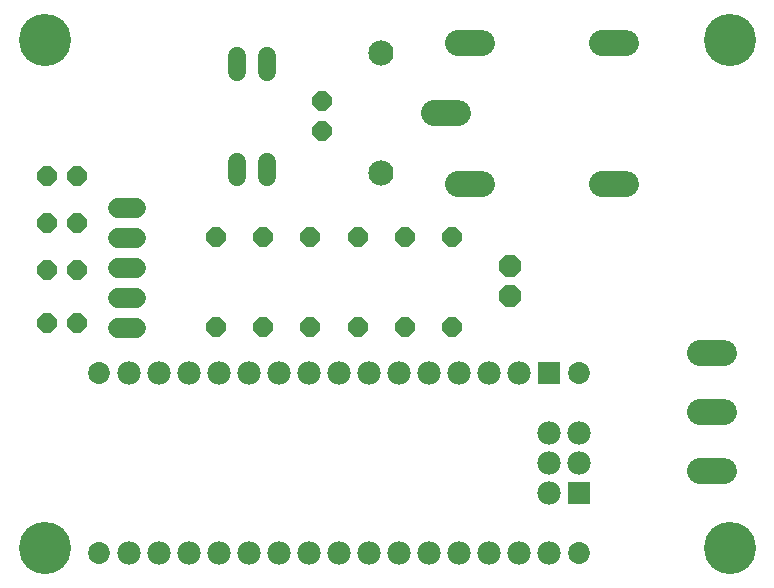
<source format=gbr>
G75*
%MOIN*%
%OFA0B0*%
%FSLAX25Y25*%
%IPPOS*%
%LPD*%
%AMOC8*
5,1,8,0,0,1.08239X$1,22.5*
%
%ADD10OC8,0.06400*%
%ADD11C,0.08400*%
%ADD12C,0.08600*%
%ADD13OC8,0.07099*%
%ADD14R,0.07800X0.07800*%
%ADD15C,0.07800*%
%ADD16C,0.07300*%
%ADD17C,0.06000*%
%ADD18C,0.06800*%
%ADD19C,0.17398*%
D10*
X0043028Y0095120D03*
X0053028Y0095120D03*
X0053028Y0112836D03*
X0043028Y0112836D03*
X0043028Y0128584D03*
X0053028Y0128584D03*
X0053028Y0144332D03*
X0043028Y0144332D03*
X0099209Y0123899D03*
X0114957Y0123899D03*
X0130705Y0123899D03*
X0146453Y0123899D03*
X0162201Y0123899D03*
X0177949Y0123899D03*
X0177949Y0093899D03*
X0162201Y0093899D03*
X0146453Y0093899D03*
X0130705Y0093899D03*
X0114957Y0093899D03*
X0099209Y0093899D03*
X0134642Y0159254D03*
X0134642Y0169254D03*
D11*
X0154327Y0185277D03*
X0154327Y0145277D03*
D12*
X0179983Y0141659D02*
X0187783Y0141659D01*
X0179783Y0165159D02*
X0171983Y0165159D01*
X0179983Y0188659D02*
X0187783Y0188659D01*
X0227983Y0188659D02*
X0235783Y0188659D01*
X0235783Y0141659D02*
X0227983Y0141659D01*
X0260664Y0085292D02*
X0268464Y0085292D01*
X0268464Y0065592D02*
X0260664Y0065592D01*
X0260664Y0045892D02*
X0268464Y0045892D01*
D13*
X0197162Y0104293D03*
X0197162Y0114293D03*
D14*
X0210312Y0078663D03*
X0220312Y0038663D03*
D15*
X0210312Y0038663D03*
X0210312Y0048663D03*
X0220312Y0048663D03*
X0220312Y0058663D03*
X0210312Y0058663D03*
X0200312Y0078663D03*
X0190312Y0078663D03*
X0180312Y0078663D03*
X0170312Y0078663D03*
X0160312Y0078663D03*
X0150312Y0078663D03*
X0140312Y0078663D03*
X0130312Y0078663D03*
X0120312Y0078663D03*
X0110312Y0078663D03*
X0100312Y0078663D03*
X0090312Y0078663D03*
X0080312Y0078663D03*
X0070312Y0078663D03*
X0070312Y0018663D03*
X0080312Y0018663D03*
X0090312Y0018663D03*
X0100312Y0018663D03*
X0110312Y0018663D03*
X0120312Y0018663D03*
X0130312Y0018663D03*
X0140312Y0018663D03*
X0150312Y0018663D03*
X0160312Y0018663D03*
X0170312Y0018663D03*
X0180312Y0018663D03*
X0190312Y0018663D03*
X0200312Y0018663D03*
X0210312Y0018663D03*
D16*
X0220312Y0018663D03*
X0220312Y0078663D03*
X0060312Y0078663D03*
X0060312Y0018663D03*
D17*
X0106217Y0143817D02*
X0106217Y0149017D01*
X0116217Y0149017D02*
X0116217Y0143817D01*
X0116217Y0179017D02*
X0116217Y0184217D01*
X0106217Y0184217D02*
X0106217Y0179017D01*
D18*
X0072642Y0133663D02*
X0066642Y0133663D01*
X0066642Y0123663D02*
X0072642Y0123663D01*
X0072642Y0113663D02*
X0066642Y0113663D01*
X0066642Y0103663D02*
X0072642Y0103663D01*
X0072642Y0093663D02*
X0066642Y0093663D01*
D19*
X0042123Y0020317D03*
X0042123Y0189608D03*
X0270469Y0189608D03*
X0270469Y0020317D03*
M02*

</source>
